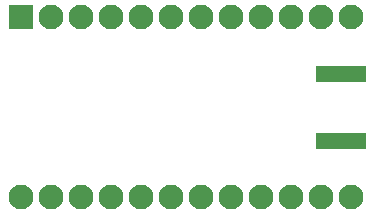
<source format=gbr>
%TF.GenerationSoftware,KiCad,Pcbnew,5.1.9+dfsg1-1~bpo10+1*%
%TF.CreationDate,Date%
%TF.ProjectId,LORA,4c4f5241-2e6b-4696-9361-645f70636258,v1.3*%
%TF.SameCoordinates,Original*%
%TF.FileFunction,Soldermask,Bot*%
%TF.FilePolarity,Negative*%
%FSLAX46Y46*%
G04 Gerber Fmt 4.6, Leading zero omitted, Abs format (unit mm)*
G04 Created by KiCad*
%MOMM*%
%LPD*%
G01*
G04 APERTURE LIST*
%ADD10R,2.100000X2.100000*%
%ADD11C,2.100000*%
%ADD12R,4.200000X1.350000*%
G04 APERTURE END LIST*
D10*
%TO.C,A1*%
X0Y0D03*
D11*
X2540000Y0D03*
X5080000Y0D03*
X27940000Y-15240000D03*
X7620000Y0D03*
X25400000Y-15240000D03*
X10160000Y0D03*
X22860000Y-15240000D03*
X12700000Y0D03*
X20320000Y-15240000D03*
X15240000Y0D03*
X17780000Y-15240000D03*
X17780000Y0D03*
X15240000Y-15240000D03*
X20320000Y0D03*
X12700000Y-15240000D03*
X22860000Y0D03*
X10160000Y-15240000D03*
X25400000Y0D03*
X7620000Y-15240000D03*
X27940000Y0D03*
X5080000Y-15240000D03*
X2540000Y-15240000D03*
X0Y-15240000D03*
%TD*%
D12*
%TO.C,J2*%
X27105000Y-4795000D03*
X27105000Y-10445000D03*
%TD*%
M02*

</source>
